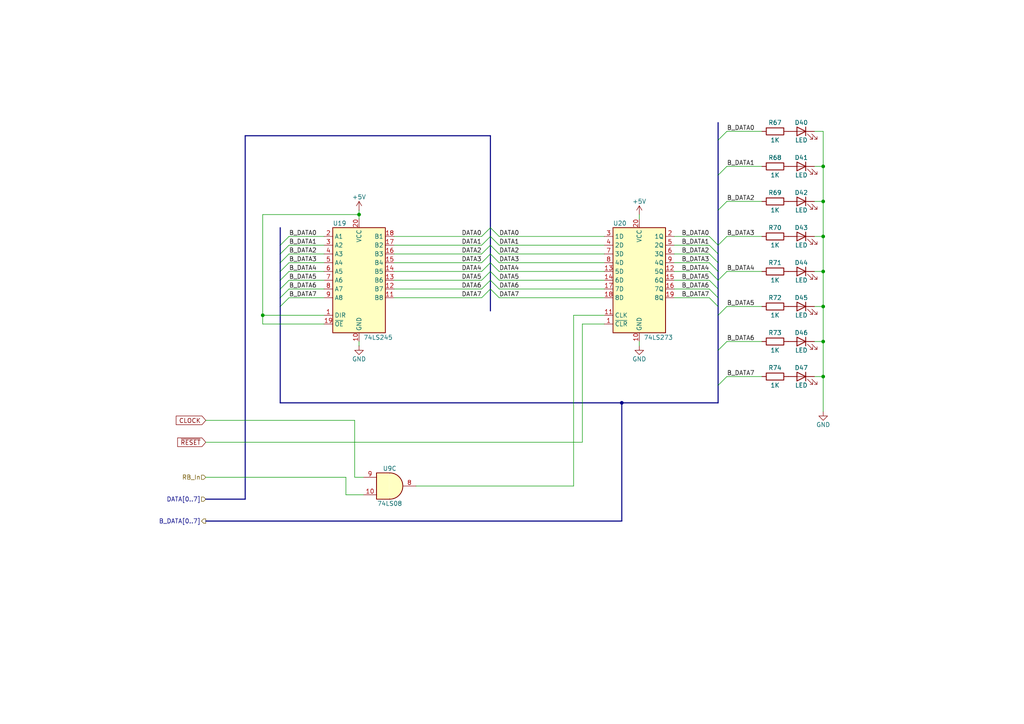
<source format=kicad_sch>
(kicad_sch (version 20231120) (generator "eeschema") (generator_version "8.0")
  (paper "A4")
  (title_block (title "8-Bit Computer - Register B Module") (date "2024-03-10") (rev "1") (comment 1 "Creator: Matan Brightbert"))
  (lib_symbols
    (symbol "74xx:74LS08" (pin_names (offset 1.016))
      (property "Reference" "U" (at 0 1.27 0))
      (property "Value" "74LS08" (at 0 -1.27 0))
      (symbol "74LS08_1_1"
        (arc (start 0 -3.81) (mid 3.7934 0) (end 0 3.81) (stroke (width 0.254)) (fill (type background)))
        (polyline (pts (xy 0 3.81) (xy -3.81 3.81) (xy -3.81 -3.81) (xy 0 -3.81)) (stroke (width 0.254)) (fill (type background)))
        (pin input line (at -7.62 2.54 0) (length 3.81) (name "~") (number "1"))
        (pin input line (at -7.62 -2.54 0) (length 3.81) (name "~") (number "2"))
        (pin output line (at 7.62 0 180) (length 3.81) (name "~") (number "3"))
      )
      (symbol "74LS08_1_2"
        (arc (start -3.81 -3.81) (mid -2.589 0) (end -3.81 3.81) (stroke (width 0.254)))
        (arc (start -0.6096 -3.81) (mid 2.1842 -2.5851) (end 3.81 0) (stroke (width 0.254)) (fill (type background)))
        (polyline (pts (xy -3.81 -3.81) (xy -0.635 -3.81)) (stroke (width 0.254)) (fill (type background)))
        (polyline (pts (xy -3.81 3.81) (xy -0.635 3.81)) (stroke (width 0.254)) (fill (type background)))
        (polyline (pts (xy -0.635 3.81) (xy -3.81 3.81) (xy -3.81 3.81) (xy -3.556 3.4036) (xy -3.0226 2.2606) (xy -2.6924 1.0414) (xy -2.6162 -0.254) (xy -2.7686 -1.4986) (xy -3.175 -2.7178) (xy -3.81 -3.81) (xy -3.81 -3.81) (xy -0.635 -3.81)) (stroke (width -25.4)) (fill (type background)))
        (arc (start 3.81 0) (mid 2.1915 2.5936) (end -0.6096 3.81) (stroke (width 0.254)) (fill (type background)))
        (pin input inverted (at -7.62 2.54 0) (length 4.318) (name "~") (number "1"))
        (pin input inverted (at -7.62 -2.54 0) (length 4.318) (name "~") (number "2"))
        (pin output inverted (at 7.62 0 180) (length 3.81) (name "~") (number "3"))
      )
      (symbol "74LS08_2_1"
        (arc (start 0 -3.81) (mid 3.7934 0) (end 0 3.81) (stroke (width 0.254)) (fill (type background)))
        (polyline (pts (xy 0 3.81) (xy -3.81 3.81) (xy -3.81 -3.81) (xy 0 -3.81)) (stroke (width 0.254)) (fill (type background)))
        (pin input line (at -7.62 2.54 0) (length 3.81) (name "~") (number "4"))
        (pin input line (at -7.62 -2.54 0) (length 3.81) (name "~") (number "5"))
        (pin output line (at 7.62 0 180) (length 3.81) (name "~") (number "6"))
      )
      (symbol "74LS08_2_2"
        (arc (start -3.81 -3.81) (mid -2.589 0) (end -3.81 3.81) (stroke (width 0.254)))
        (arc (start -0.6096 -3.81) (mid 2.1842 -2.5851) (end 3.81 0) (stroke (width 0.254)) (fill (type background)))
        (polyline (pts (xy -3.81 -3.81) (xy -0.635 -3.81)) (stroke (width 0.254)) (fill (type background)))
        (polyline (pts (xy -3.81 3.81) (xy -0.635 3.81)) (stroke (width 0.254)) (fill (type background)))
        (polyline (pts (xy -0.635 3.81) (xy -3.81 3.81) (xy -3.81 3.81) (xy -3.556 3.4036) (xy -3.0226 2.2606) (xy -2.6924 1.0414) (xy -2.6162 -0.254) (xy -2.7686 -1.4986) (xy -3.175 -2.7178) (xy -3.81 -3.81) (xy -3.81 -3.81) (xy -0.635 -3.81)) (stroke (width -25.4)) (fill (type background)))
        (arc (start 3.81 0) (mid 2.1915 2.5936) (end -0.6096 3.81) (stroke (width 0.254)) (fill (type background)))
        (pin input inverted (at -7.62 2.54 0) (length 4.318) (name "~") (number "4"))
        (pin input inverted (at -7.62 -2.54 0) (length 4.318) (name "~") (number "5"))
        (pin output inverted (at 7.62 0 180) (length 3.81) (name "~") (number "6"))
      )
      (symbol "74LS08_3_1"
        (arc (start 0 -3.81) (mid 3.7934 0) (end 0 3.81) (stroke (width 0.254)) (fill (type background)))
        (polyline (pts (xy 0 3.81) (xy -3.81 3.81) (xy -3.81 -3.81) (xy 0 -3.81)) (stroke (width 0.254)) (fill (type background)))
        (pin input line (at -7.62 -2.54 0) (length 3.81) (name "~") (number "10"))
        (pin output line (at 7.62 0 180) (length 3.81) (name "~") (number "8"))
        (pin input line (at -7.62 2.54 0) (length 3.81) (name "~") (number "9"))
      )
      (symbol "74LS08_3_2"
        (arc (start -3.81 -3.81) (mid -2.589 0) (end -3.81 3.81) (stroke (width 0.254)))
        (arc (start -0.6096 -3.81) (mid 2.1842 -2.5851) (end 3.81 0) (stroke (width 0.254)) (fill (type background)))
        (polyline (pts (xy -3.81 -3.81) (xy -0.635 -3.81)) (stroke (width 0.254)) (fill (type background)))
        (polyline (pts (xy -3.81 3.81) (xy -0.635 3.81)) (stroke (width 0.254)) (fill (type background)))
        (polyline (pts (xy -0.635 3.81) (xy -3.81 3.81) (xy -3.81 3.81) (xy -3.556 3.4036) (xy -3.0226 2.2606) (xy -2.6924 1.0414) (xy -2.6162 -0.254) (xy -2.7686 -1.4986) (xy -3.175 -2.7178) (xy -3.81 -3.81) (xy -3.81 -3.81) (xy -0.635 -3.81)) (stroke (width -25.4)) (fill (type background)))
        (arc (start 3.81 0) (mid 2.1915 2.5936) (end -0.6096 3.81) (stroke (width 0.254)) (fill (type background)))
        (pin input inverted (at -7.62 -2.54 0) (length 4.318) (name "~") (number "10"))
        (pin output inverted (at 7.62 0 180) (length 3.81) (name "~") (number "8"))
        (pin input inverted (at -7.62 2.54 0) (length 4.318) (name "~") (number "9"))
      )
      (symbol "74LS08_4_1"
        (arc (start 0 -3.81) (mid 3.7934 0) (end 0 3.81) (stroke (width 0.254)) (fill (type background)))
        (polyline (pts (xy 0 3.81) (xy -3.81 3.81) (xy -3.81 -3.81) (xy 0 -3.81)) (stroke (width 0.254)) (fill (type background)))
        (pin output line (at 7.62 0 180) (length 3.81) (name "~") (number "11"))
        (pin input line (at -7.62 2.54 0) (length 3.81) (name "~") (number "12"))
        (pin input line (at -7.62 -2.54 0) (length 3.81) (name "~") (number "13"))
      )
      (symbol "74LS08_4_2"
        (arc (start -3.81 -3.81) (mid -2.589 0) (end -3.81 3.81) (stroke (width 0.254)))
        (arc (start -0.6096 -3.81) (mid 2.1842 -2.5851) (end 3.81 0) (stroke (width 0.254)) (fill (type background)))
        (polyline (pts (xy -3.81 -3.81) (xy -0.635 -3.81)) (stroke (width 0.254)) (fill (type background)))
        (polyline (pts (xy -3.81 3.81) (xy -0.635 3.81)) (stroke (width 0.254)) (fill (type background)))
        (polyline (pts (xy -0.635 3.81) (xy -3.81 3.81) (xy -3.81 3.81) (xy -3.556 3.4036) (xy -3.0226 2.2606) (xy -2.6924 1.0414) (xy -2.6162 -0.254) (xy -2.7686 -1.4986) (xy -3.175 -2.7178) (xy -3.81 -3.81) (xy -3.81 -3.81) (xy -0.635 -3.81)) (stroke (width -25.4)) (fill (type background)))
        (arc (start 3.81 0) (mid 2.1915 2.5936) (end -0.6096 3.81) (stroke (width 0.254)) (fill (type background)))
        (pin output inverted (at 7.62 0 180) (length 3.81) (name "~") (number "11"))
        (pin input inverted (at -7.62 2.54 0) (length 4.318) (name "~") (number "12"))
        (pin input inverted (at -7.62 -2.54 0) (length 4.318) (name "~") (number "13"))
      )
      (symbol "74LS08_5_0"
        (pin power_in line (at 0 12.7 270) (length 5.08) (name "VCC") (number "14"))
        (pin power_in line (at 0 -12.7 90) (length 5.08) (name "GND") (number "7"))
      )
      (symbol "74LS08_5_1"
        (rectangle (start -5.08 7.62) (end 5.08 -7.62) (stroke (width 0.254)) (fill (type background)))
      )
    )
    (symbol "Custom:74LS245"
      (property "Reference" "U" (at -7.62 16.51 0))
      (property "Value" "74LS245" (at 1.27 -16.51 0))
      (symbol "74LS245_0_1"
        (rectangle (start -7.62 15.24) (end 7.62 -15.24) (stroke (width 0.254)) (fill (type background)))
      )
      (symbol "74LS245_1_1"
        (pin input line (at -10.16 -10.16 0) (length 2.54) (name "DIR") (number "1"))
        (pin power_in line (at 0 -17.78 90) (length 2.54) (name "GND") (number "10"))
        (pin bidirectional line (at 10.16 -5.08 180) (length 2.54) (name "B8") (number "11"))
        (pin bidirectional line (at 10.16 -2.54 180) (length 2.54) (name "B7") (number "12"))
        (pin bidirectional line (at 10.16 0 180) (length 2.54) (name "B6") (number "13"))
        (pin bidirectional line (at 10.16 2.54 180) (length 2.54) (name "B5") (number "14"))
        (pin bidirectional line (at 10.16 5.08 180) (length 2.54) (name "B4") (number "15"))
        (pin bidirectional line (at 10.16 7.62 180) (length 2.54) (name "B3") (number "16"))
        (pin bidirectional line (at 10.16 10.16 180) (length 2.54) (name "B2") (number "17"))
        (pin bidirectional line (at 10.16 12.7 180) (length 2.54) (name "B1") (number "18"))
        (pin input line (at -10.16 -12.7 0) (length 2.54) (name "~{OE}") (number "19"))
        (pin bidirectional line (at -10.16 12.7 0) (length 2.54) (name "A1") (number "2"))
        (pin power_in line (at 0 17.78 270) (length 2.54) (name "VCC") (number "20"))
        (pin bidirectional line (at -10.16 10.16 0) (length 2.54) (name "A2") (number "3"))
        (pin bidirectional line (at -10.16 7.62 0) (length 2.54) (name "A3") (number "4"))
        (pin bidirectional line (at -10.16 5.08 0) (length 2.54) (name "A4") (number "5"))
        (pin bidirectional line (at -10.16 2.54 0) (length 2.54) (name "A5") (number "6"))
        (pin bidirectional line (at -10.16 0 0) (length 2.54) (name "A6") (number "7"))
        (pin bidirectional line (at -10.16 -2.54 0) (length 2.54) (name "A7") (number "8"))
        (pin bidirectional line (at -10.16 -5.08 0) (length 2.54) (name "A8") (number "9"))
      )
    )
    (symbol "Custom:74LS273"
      (property "Reference" "U" (at -7.62 16.51 0))
      (property "Value" "74LS273" (at 1.27 -16.51 0))
      (symbol "74LS273_0_1"
        (rectangle (start -7.62 15.24) (end 7.62 -15.24) (stroke (width 0.254)) (fill (type background)))
      )
      (symbol "74LS273_1_1"
        (pin input line (at -10.16 -12.7 0) (length 2.54) (name "~{CLR}") (number "1"))
        (pin power_in line (at 0 -17.78 90) (length 2.54) (name "GND") (number "10"))
        (pin input line (at -10.16 -10.16 0) (length 2.54) (name "CLK") (number "11"))
        (pin output line (at 10.16 2.54 180) (length 2.54) (name "5Q") (number "12"))
        (pin input line (at -10.16 2.54 0) (length 2.54) (name "5D") (number "13"))
        (pin input line (at -10.16 0 0) (length 2.54) (name "6D") (number "14"))
        (pin output line (at 10.16 0 180) (length 2.54) (name "6Q") (number "15"))
        (pin output line (at 10.16 -2.54 180) (length 2.54) (name "7Q") (number "16"))
        (pin input line (at -10.16 -2.54 0) (length 2.54) (name "7D") (number "17"))
        (pin input line (at -10.16 -5.08 0) (length 2.54) (name "8D") (number "18"))
        (pin output line (at 10.16 -5.08 180) (length 2.54) (name "8Q") (number "19"))
        (pin output line (at 10.16 12.7 180) (length 2.54) (name "1Q") (number "2"))
        (pin power_in line (at 0 17.78 270) (length 2.54) (name "VCC") (number "20"))
        (pin input line (at -10.16 12.7 0) (length 2.54) (name "1D") (number "3"))
        (pin input line (at -10.16 10.16 0) (length 2.54) (name "2D") (number "4"))
        (pin output line (at 10.16 10.16 180) (length 2.54) (name "2Q") (number "5"))
        (pin output line (at 10.16 7.62 180) (length 2.54) (name "3Q") (number "6"))
        (pin input line (at -10.16 7.62 0) (length 2.54) (name "3D") (number "7"))
        (pin input line (at -10.16 5.08 0) (length 2.54) (name "4D") (number "8"))
        (pin output line (at 10.16 5.08 180) (length 2.54) (name "4Q") (number "9"))
      )
    )
    (symbol "Device:LED" (pin_numbers hide) (pin_names (offset 1.016) hide)
      (property "Reference" "D" (at 0 2.54 0))
      (property "Value" "LED" (at 0 -2.54 0))
      (symbol "LED_0_1"
        (polyline (pts (xy -1.27 -1.27) (xy -1.27 1.27)) (stroke (width 0.254)))
        (polyline (pts (xy -1.27 0) (xy 1.27 0)))
        (polyline (pts (xy 1.27 -1.27) (xy 1.27 1.27) (xy -1.27 0) (xy 1.27 -1.27)) (stroke (width 0.254)))
        (polyline (pts (xy -3.048 -0.762) (xy -4.572 -2.286) (xy -3.81 -2.286) (xy -4.572 -2.286) (xy -4.572 -1.524)))
        (polyline (pts (xy -1.778 -0.762) (xy -3.302 -2.286) (xy -2.54 -2.286) (xy -3.302 -2.286) (xy -3.302 -1.524)))
      )
      (symbol "LED_1_1"
        (pin passive line (at -3.81 0 0) (length 2.54) (name "K") (number "1"))
        (pin passive line (at 3.81 0 180) (length 2.54) (name "A") (number "2"))
      )
    )
    (symbol "Device:R" (pin_numbers hide) (pin_names (offset 0))
      (property "Reference" "R" (at 2.032 0 90))
      (property "Value" "R" (at 0 0 90))
      (symbol "R_0_1"
        (rectangle (start -1.016 -2.54) (end 1.016 2.54) (stroke (width 0.254)))
      )
      (symbol "R_1_1"
        (pin passive line (at 0 3.81 270) (length 1.27) (name "~") (number "1"))
        (pin passive line (at 0 -3.81 90) (length 1.27) (name "~") (number "2"))
      )
    )
    (symbol "power:+5V" (power) (pin_numbers hide) (pin_names (offset 0) hide)
      (property "Value" "+5V" (at 0 3.556 0))
      (symbol "+5V_0_1"
        (polyline (pts (xy -0.762 1.27) (xy 0 2.54)))
        (polyline (pts (xy 0 0) (xy 0 2.54)))
        (polyline (pts (xy 0 2.54) (xy 0.762 1.27)))
      )
      (symbol "+5V_1_1"
        (pin power_in line (at 0 0 90) (length 0) (name "~") (number "1"))
      )
    )
    (symbol "power:GND" (power) (pin_numbers hide) (pin_names (offset 0) hide)
      (property "Value" "GND" (at 0 -3.81 0))
      (symbol "GND_0_1"
        (polyline (pts (xy 0 0) (xy 0 -1.27) (xy 1.27 -1.27) (xy 0 -2.54) (xy -1.27 -1.27) (xy 0 -1.27)))
      )
      (symbol "GND_1_1"
        (pin power_in line (at 0 0 270) (length 0) (name "~") (number "1"))
      )
    )
  )
  (junction (at 180.34 116.84))
  (junction (at 104.14 62.23))
  (junction (at 238.76 48.26))
  (junction (at 238.76 109.22))
  (junction (at 238.76 58.42))
  (junction (at 76.2 91.44))
  (junction (at 238.76 99.06))
  (junction (at 238.76 88.9))
  (junction (at 238.76 68.58))
  (junction (at 238.76 78.74))
  (bus_entry (at 142.24 83.82) (size 2.54 2.54))
  (bus_entry (at 83.82 76.2) (size -2.54 2.54))
  (bus_entry (at 142.24 71.12) (size -2.54 2.54))
  (bus_entry (at 205.74 78.74) (size 2.54 2.54))
  (bus_entry (at 83.82 86.36) (size -2.54 2.54))
  (bus_entry (at 205.74 81.28) (size 2.54 2.54))
  (bus_entry (at 210.82 68.58) (size -2.54 2.54))
  (bus_entry (at 142.24 73.66) (size 2.54 2.54))
  (bus_entry (at 205.74 83.82) (size 2.54 2.54))
  (bus_entry (at 83.82 68.58) (size -2.54 2.54))
  (bus_entry (at 142.24 76.2) (size -2.54 2.54))
  (bus_entry (at 142.24 81.28) (size -2.54 2.54))
  (bus_entry (at 210.82 58.42) (size -2.54 2.54))
  (bus_entry (at 210.82 38.1) (size -2.54 2.54))
  (bus_entry (at 83.82 73.66) (size -2.54 2.54))
  (bus_entry (at 83.82 81.28) (size -2.54 2.54))
  (bus_entry (at 205.74 86.36) (size 2.54 2.54))
  (bus_entry (at 83.82 78.74) (size -2.54 2.54))
  (bus_entry (at 142.24 76.2) (size 2.54 2.54))
  (bus_entry (at 205.74 76.2) (size 2.54 2.54))
  (bus_entry (at 210.82 109.22) (size -2.54 2.54))
  (bus_entry (at 210.82 48.26) (size -2.54 2.54))
  (bus_entry (at 142.24 68.58) (size 2.54 2.54))
  (bus_entry (at 83.82 71.12) (size -2.54 2.54))
  (bus_entry (at 142.24 68.58) (size -2.54 2.54))
  (bus_entry (at 142.24 66.04) (size -2.54 2.54))
  (bus_entry (at 142.24 78.74) (size -2.54 2.54))
  (bus_entry (at 210.82 88.9) (size -2.54 2.54))
  (bus_entry (at 210.82 99.06) (size -2.54 2.54))
  (bus_entry (at 205.74 71.12) (size 2.54 2.54))
  (bus_entry (at 142.24 71.12) (size 2.54 2.54))
  (bus_entry (at 210.82 78.74) (size -2.54 2.54))
  (bus_entry (at 83.82 83.82) (size -2.54 2.54))
  (bus_entry (at 142.24 81.28) (size 2.54 2.54))
  (bus_entry (at 142.24 73.66) (size -2.54 2.54))
  (bus_entry (at 142.24 78.74) (size 2.54 2.54))
  (bus_entry (at 142.24 83.82) (size -2.54 2.54))
  (bus_entry (at 142.24 66.04) (size 2.54 2.54))
  (bus_entry (at 205.74 68.58) (size 2.54 2.54))
  (bus_entry (at 205.74 73.66) (size 2.54 2.54))
  (wire (pts (xy 168.91 93.98) (xy 168.91 128.27)))
  (wire (pts (xy 195.58 76.2) (xy 205.74 76.2)))
  (wire (pts (xy 220.98 109.22) (xy 210.82 109.22)))
  (bus (pts (xy 142.24 71.12) (xy 142.24 73.66)))
  (bus (pts (xy 208.28 60.96) (xy 208.28 71.12)))
  (wire (pts (xy 195.58 78.74) (xy 205.74 78.74)))
  (wire (pts (xy 114.3 81.28) (xy 139.7 81.28)))
  (bus (pts (xy 208.28 111.76) (xy 208.28 116.84)))
  (wire (pts (xy 93.98 86.36) (xy 83.82 86.36)))
  (wire (pts (xy 220.98 58.42) (xy 210.82 58.42)))
  (wire (pts (xy 100.33 143.51) (xy 100.33 138.43)))
  (wire (pts (xy 144.78 76.2) (xy 175.26 76.2)))
  (wire (pts (xy 93.98 78.74) (xy 83.82 78.74)))
  (bus (pts (xy 81.28 86.36) (xy 81.28 88.9)))
  (bus (pts (xy 208.28 86.36) (xy 208.28 88.9)))
  (wire (pts (xy 195.58 83.82) (xy 205.74 83.82)))
  (wire (pts (xy 102.87 121.92) (xy 102.87 138.43)))
  (wire (pts (xy 238.76 38.1) (xy 238.76 48.26)))
  (wire (pts (xy 76.2 93.98) (xy 76.2 91.44)))
  (wire (pts (xy 238.76 48.26) (xy 236.22 48.26)))
  (bus (pts (xy 142.24 78.74) (xy 142.24 81.28)))
  (wire (pts (xy 59.69 138.43) (xy 100.33 138.43)))
  (wire (pts (xy 114.3 73.66) (xy 139.7 73.66)))
  (wire (pts (xy 238.76 88.9) (xy 238.76 99.06)))
  (wire (pts (xy 114.3 68.58) (xy 139.7 68.58)))
  (bus (pts (xy 81.28 83.82) (xy 81.28 86.36)))
  (wire (pts (xy 93.98 71.12) (xy 83.82 71.12)))
  (wire (pts (xy 238.76 99.06) (xy 236.22 99.06)))
  (bus (pts (xy 180.34 116.84) (xy 180.34 151.13)))
  (wire (pts (xy 104.14 60.96) (xy 104.14 62.23)))
  (wire (pts (xy 238.76 58.42) (xy 236.22 58.42)))
  (wire (pts (xy 195.58 68.58) (xy 205.74 68.58)))
  (bus (pts (xy 208.28 40.64) (xy 208.28 50.8)))
  (wire (pts (xy 102.87 138.43) (xy 105.41 138.43)))
  (wire (pts (xy 166.37 91.44) (xy 175.26 91.44)))
  (wire (pts (xy 76.2 62.23) (xy 104.14 62.23)))
  (wire (pts (xy 114.3 83.82) (xy 139.7 83.82)))
  (wire (pts (xy 114.3 76.2) (xy 139.7 76.2)))
  (wire (pts (xy 195.58 71.12) (xy 205.74 71.12)))
  (wire (pts (xy 144.78 78.74) (xy 175.26 78.74)))
  (bus (pts (xy 142.24 83.82) (xy 142.24 90.17)))
  (bus (pts (xy 142.24 81.28) (xy 142.24 83.82)))
  (wire (pts (xy 93.98 81.28) (xy 83.82 81.28)))
  (wire (pts (xy 195.58 81.28) (xy 205.74 81.28)))
  (bus (pts (xy 81.28 66.04) (xy 81.28 71.12)))
  (bus (pts (xy 81.28 81.28) (xy 81.28 83.82)))
  (bus (pts (xy 81.28 78.74) (xy 81.28 81.28)))
  (wire (pts (xy 220.98 48.26) (xy 210.82 48.26)))
  (wire (pts (xy 76.2 93.98) (xy 93.98 93.98)))
  (wire (pts (xy 144.78 86.36) (xy 175.26 86.36)))
  (bus (pts (xy 59.69 144.78) (xy 71.12 144.78)))
  (bus (pts (xy 142.24 76.2) (xy 142.24 78.74)))
  (wire (pts (xy 220.98 88.9) (xy 210.82 88.9)))
  (bus (pts (xy 71.12 39.37) (xy 142.24 39.37)))
  (wire (pts (xy 220.98 38.1) (xy 210.82 38.1)))
  (wire (pts (xy 59.69 121.92) (xy 102.87 121.92)))
  (bus (pts (xy 81.28 116.84) (xy 180.34 116.84)))
  (wire (pts (xy 59.69 128.27) (xy 168.91 128.27)))
  (bus (pts (xy 81.28 71.12) (xy 81.28 73.66)))
  (bus (pts (xy 81.28 76.2) (xy 81.28 78.74)))
  (wire (pts (xy 238.76 48.26) (xy 238.76 58.42)))
  (wire (pts (xy 185.42 62.23) (xy 185.42 63.5)))
  (wire (pts (xy 185.42 100.33) (xy 185.42 99.06)))
  (wire (pts (xy 114.3 71.12) (xy 139.7 71.12)))
  (bus (pts (xy 142.24 39.37) (xy 142.24 66.04)))
  (wire (pts (xy 114.3 78.74) (xy 139.7 78.74)))
  (bus (pts (xy 71.12 39.37) (xy 71.12 144.78)))
  (bus (pts (xy 208.28 101.6) (xy 208.28 111.76)))
  (bus (pts (xy 208.28 35.56) (xy 208.28 40.64)))
  (wire (pts (xy 144.78 68.58) (xy 175.26 68.58)))
  (wire (pts (xy 220.98 68.58) (xy 210.82 68.58)))
  (wire (pts (xy 166.37 140.97) (xy 120.65 140.97)))
  (wire (pts (xy 93.98 91.44) (xy 76.2 91.44)))
  (wire (pts (xy 93.98 83.82) (xy 83.82 83.82)))
  (bus (pts (xy 208.28 78.74) (xy 208.28 81.28)))
  (wire (pts (xy 104.14 100.33) (xy 104.14 99.06)))
  (wire (pts (xy 76.2 91.44) (xy 76.2 62.23)))
  (wire (pts (xy 238.76 88.9) (xy 236.22 88.9)))
  (wire (pts (xy 93.98 76.2) (xy 83.82 76.2)))
  (wire (pts (xy 100.33 143.51) (xy 105.41 143.51)))
  (bus (pts (xy 59.69 151.13) (xy 180.34 151.13)))
  (wire (pts (xy 238.76 109.22) (xy 236.22 109.22)))
  (bus (pts (xy 208.28 83.82) (xy 208.28 86.36)))
  (wire (pts (xy 195.58 86.36) (xy 205.74 86.36)))
  (wire (pts (xy 220.98 78.74) (xy 210.82 78.74)))
  (bus (pts (xy 208.28 76.2) (xy 208.28 78.74)))
  (bus (pts (xy 208.28 81.28) (xy 208.28 83.82)))
  (wire (pts (xy 144.78 71.12) (xy 175.26 71.12)))
  (bus (pts (xy 180.34 116.84) (xy 208.28 116.84)))
  (wire (pts (xy 114.3 86.36) (xy 139.7 86.36)))
  (bus (pts (xy 208.28 73.66) (xy 208.28 76.2)))
  (wire (pts (xy 236.22 78.74) (xy 238.76 78.74)))
  (wire (pts (xy 238.76 109.22) (xy 238.76 119.38)))
  (bus (pts (xy 142.24 68.58) (xy 142.24 71.12)))
  (wire (pts (xy 238.76 58.42) (xy 238.76 68.58)))
  (wire (pts (xy 144.78 81.28) (xy 175.26 81.28)))
  (wire (pts (xy 144.78 83.82) (xy 175.26 83.82)))
  (wire (pts (xy 166.37 91.44) (xy 166.37 140.97)))
  (bus (pts (xy 142.24 73.66) (xy 142.24 76.2)))
  (bus (pts (xy 208.28 71.12) (xy 208.28 73.66)))
  (wire (pts (xy 238.76 68.58) (xy 238.76 78.74)))
  (bus (pts (xy 81.28 73.66) (xy 81.28 76.2)))
  (wire (pts (xy 238.76 68.58) (xy 236.22 68.58)))
  (bus (pts (xy 81.28 88.9) (xy 81.28 116.84)))
  (wire (pts (xy 236.22 38.1) (xy 238.76 38.1)))
  (wire (pts (xy 238.76 99.06) (xy 238.76 109.22)))
  (wire (pts (xy 195.58 73.66) (xy 205.74 73.66)))
  (wire (pts (xy 144.78 73.66) (xy 175.26 73.66)))
  (bus (pts (xy 208.28 50.8) (xy 208.28 60.96)))
  (wire (pts (xy 93.98 68.58) (xy 83.82 68.58)))
  (bus (pts (xy 142.24 66.04) (xy 142.24 68.58)))
  (wire (pts (xy 93.98 73.66) (xy 83.82 73.66)))
  (bus (pts (xy 208.28 91.44) (xy 208.28 101.6)))
  (bus (pts (xy 208.28 88.9) (xy 208.28 91.44)))
  (wire (pts (xy 175.26 93.98) (xy 168.91 93.98)))
  (wire (pts (xy 104.14 62.23) (xy 104.14 63.5)))
  (wire (pts (xy 220.98 99.06) (xy 210.82 99.06)))
  (wire (pts (xy 238.76 78.74) (xy 238.76 88.9)))
  (label "DATA4" (at 139.7 78.74 180))
  (label "DATA7" (at 139.7 86.36 180))
  (label "B_DATA6" (at 83.82 83.82 0))
  (label "B_DATA4" (at 205.74 78.74 180))
  (label "B_DATA6" (at 210.82 99.06 0))
  (label "DATA5" (at 139.7 81.28 180))
  (label "B_DATA2" (at 210.82 58.42 0))
  (label "B_DATA3" (at 210.82 68.58 0))
  (label "B_DATA3" (at 83.82 76.2 0))
  (label "B_DATA0" (at 83.82 68.58 0))
  (label "DATA5" (at 144.78 81.28 0))
  (label "DATA4" (at 144.78 78.74 0))
  (label "B_DATA2" (at 83.82 73.66 0))
  (label "B_DATA7" (at 210.82 109.22 0))
  (label "B_DATA3" (at 205.74 76.2 180))
  (label "DATA1" (at 144.78 71.12 0))
  (label "DATA2" (at 139.7 73.66 180))
  (label "B_DATA7" (at 205.74 86.36 180))
  (label "B_DATA1" (at 205.74 71.12 180))
  (label "DATA2" (at 144.78 73.66 0))
  (label "B_DATA2" (at 205.74 73.66 180))
  (label "B_DATA0" (at 205.74 68.58 180))
  (label "B_DATA5" (at 210.82 88.9 0))
  (label "DATA0" (at 144.78 68.58 0))
  (label "B_DATA4" (at 210.82 78.74 0))
  (label "B_DATA1" (at 83.82 71.12 0))
  (label "DATA7" (at 144.78 86.36 0))
  (label "B_DATA0" (at 210.82 38.1 0))
  (label "B_DATA1" (at 210.82 48.26 0))
  (label "B_DATA4" (at 83.82 78.74 0))
  (label "DATA3" (at 144.78 76.2 0))
  (label "DATA0" (at 139.7 68.58 180))
  (label "DATA1" (at 139.7 71.12 180))
  (label "DATA6" (at 139.7 83.82 180))
  (label "B_DATA6" (at 205.74 83.82 180))
  (label "DATA6" (at 144.78 83.82 0))
  (label "B_DATA5" (at 205.74 81.28 180))
  (label "B_DATA7" (at 83.82 86.36 0))
  (label "B_DATA5" (at 83.82 81.28 0))
  (label "DATA3" (at 139.7 76.2 180))
  (global_label "~{RESET}" (shape input) (at 59.69 128.27 180) (property "Intersheetrefs" "${INTERSHEET_REFS}" (effects (hide yes))))
  (global_label "CLOCK" (shape input) (at 59.69 121.92 180) (property "Intersheetrefs" "${INTERSHEET_REFS}" (effects (hide yes))))
  (hierarchical_label "DATA[0..7]" (shape input) (at 59.69 144.78 180))
  (hierarchical_label "RB_In" (shape input) (at 59.69 138.43 180))
  (hierarchical_label "B_DATA[0..7]" (shape output) (at 59.69 151.13 180))
  (symbol (lib_id "Device:R") (at 224.79 99.06 90) (unit 1)
    (property "Reference" "R73" (at 224.79 96.52 90))
    (property "Value" "1K" (at 224.79 101.6 90))
    (property "Footprint" "Resistor_THT:R_Axial_DIN0207_L6.3mm_D2.5mm_P7.62mm_Horizontal" (effects (hide yes)))
    (property "Description" "Resistor" (effects (hide yes)))
  )
  (symbol (lib_id "power:+5V") (at 104.14 60.96 0) (unit 1)
    (property "Reference" "#PWR046" (effects (hide yes)))
    (property "Value" "+5V" (at 104.14 57.15 0))
    (property "Description" "Power symbol creates a global label with name \"+5V\"" (effects (hide yes)))
  )
  (symbol (lib_id "74xx:74LS08") (at 113.03 140.97 0) (unit 3)
    (property "Reference" "U9" (at 113.03 135.89 0))
    (property "Value" "74LS08" (at 113.03 146.05 0))
    (property "Footprint" "Package_DIP:DIP-14_W7.62mm" (effects (hide yes)))
    (property "Datasheet" "http://www.ti.com/lit/gpn/sn74LS08" (effects (hide yes)))
    (property "Description" "Quad And2" (effects (hide yes)))
  )
  (symbol (lib_id "power:GND") (at 185.42 100.33 0) (unit 1)
    (property "Reference" "#PWR049" (effects (hide yes)))
    (property "Value" "GND" (at 185.42 104.14 0))
    (property "Description" "Power symbol creates a global label with name \"GND\" , ground" (effects (hide yes)))
  )
  (symbol (lib_id "power:GND") (at 104.14 100.33 0) (unit 1)
    (property "Reference" "#PWR047" (effects (hide yes)))
    (property "Value" "GND" (at 104.14 104.14 0))
    (property "Description" "Power symbol creates a global label with name \"GND\" , ground" (effects (hide yes)))
  )
  (symbol (lib_id "Device:LED") (at 232.41 88.9 0) (mirror y) (unit 1)
    (property "Reference" "D45" (at 232.41 86.36 0))
    (property "Value" "LED" (at 232.41 91.44 0))
    (property "Footprint" "LED_THT:LED_D3.0mm" (effects (hide yes)))
    (property "Description" "Light emitting diode" (effects (hide yes)))
  )
  (symbol (lib_id "Device:R") (at 224.79 88.9 90) (unit 1)
    (property "Reference" "R72" (at 224.79 86.36 90))
    (property "Value" "1K" (at 224.79 91.44 90))
    (property "Footprint" "Resistor_THT:R_Axial_DIN0207_L6.3mm_D2.5mm_P7.62mm_Horizontal" (effects (hide yes)))
    (property "Description" "Resistor" (effects (hide yes)))
  )
  (symbol (lib_id "Device:LED") (at 232.41 99.06 0) (mirror y) (unit 1)
    (property "Reference" "D46" (at 232.41 96.52 0))
    (property "Value" "LED" (at 232.41 101.6 0))
    (property "Footprint" "LED_THT:LED_D3.0mm" (effects (hide yes)))
    (property "Description" "Light emitting diode" (effects (hide yes)))
  )
  (symbol (lib_id "power:GND") (at 238.76 119.38 0) (unit 1)
    (property "Reference" "#PWR050" (effects (hide yes)))
    (property "Value" "GND" (at 238.76 123.19 0))
    (property "Description" "Power symbol creates a global label with name \"GND\" , ground" (effects (hide yes)))
  )
  (symbol (lib_id "Custom:74LS245") (at 104.14 81.28 0) (unit 1)
    (property "Reference" "U19" (at 96.52 64.77 0) (effects (justify left)))
    (property "Value" "74LS245" (at 105.41 97.155 0) (effects (justify left top)))
    (property "Footprint" "Package_DIP:DIP-20_W7.62mm" (effects (hide yes)))
  )
  (symbol (lib_id "Device:R") (at 224.79 38.1 90) (unit 1)
    (property "Reference" "R67" (at 224.79 35.56 90))
    (property "Value" "1K" (at 224.79 40.64 90))
    (property "Footprint" "Resistor_THT:R_Axial_DIN0207_L6.3mm_D2.5mm_P7.62mm_Horizontal" (effects (hide yes)))
    (property "Description" "Resistor" (effects (hide yes)))
  )
  (symbol (lib_id "Device:R") (at 224.79 109.22 90) (unit 1)
    (property "Reference" "R74" (at 224.79 106.68 90))
    (property "Value" "1K" (at 224.79 111.76 90))
    (property "Footprint" "Resistor_THT:R_Axial_DIN0207_L6.3mm_D2.5mm_P7.62mm_Horizontal" (effects (hide yes)))
    (property "Description" "Resistor" (effects (hide yes)))
  )
  (symbol (lib_id "Custom:74LS273") (at 185.42 81.28 0) (unit 1)
    (property "Reference" "U20" (at 177.8 64.77 0) (effects (justify left)))
    (property "Value" "74LS273" (at 186.69 97.155 0) (effects (justify left top)))
    (property "Footprint" "Package_DIP:DIP-20_W7.62mm" (effects (hide yes)))
  )
  (symbol (lib_id "Device:LED") (at 232.41 38.1 0) (mirror y) (unit 1)
    (property "Reference" "D40" (at 232.41 35.56 0))
    (property "Value" "LED" (at 232.41 40.64 0))
    (property "Footprint" "LED_THT:LED_D3.0mm" (effects (hide yes)))
    (property "Description" "Light emitting diode" (effects (hide yes)))
  )
  (symbol (lib_id "Device:LED") (at 232.41 78.74 0) (mirror y) (unit 1)
    (property "Reference" "D44" (at 232.41 76.2 0))
    (property "Value" "LED" (at 232.41 81.28 0))
    (property "Footprint" "LED_THT:LED_D3.0mm" (effects (hide yes)))
    (property "Description" "Light emitting diode" (effects (hide yes)))
  )
  (symbol (lib_id "Device:LED") (at 232.41 109.22 0) (mirror y) (unit 1)
    (property "Reference" "D47" (at 232.41 106.68 0))
    (property "Value" "LED" (at 232.41 111.76 0))
    (property "Footprint" "LED_THT:LED_D3.0mm" (effects (hide yes)))
    (property "Description" "Light emitting diode" (effects (hide yes)))
  )
  (symbol (lib_id "Device:R") (at 224.79 78.74 90) (unit 1)
    (property "Reference" "R71" (at 224.79 76.2 90))
    (property "Value" "1K" (at 224.79 81.28 90))
    (property "Footprint" "Resistor_THT:R_Axial_DIN0207_L6.3mm_D2.5mm_P7.62mm_Horizontal" (effects (hide yes)))
    (property "Description" "Resistor" (effects (hide yes)))
  )
  (symbol (lib_id "Device:LED") (at 232.41 68.58 0) (mirror y) (unit 1)
    (property "Reference" "D43" (at 232.41 66.04 0))
    (property "Value" "LED" (at 232.41 71.12 0))
    (property "Footprint" "LED_THT:LED_D3.0mm" (effects (hide yes)))
    (property "Description" "Light emitting diode" (effects (hide yes)))
  )
  (symbol (lib_id "Device:R") (at 224.79 68.58 90) (unit 1)
    (property "Reference" "R70" (at 224.79 66.04 90))
    (property "Value" "1K" (at 224.79 71.12 90))
    (property "Footprint" "Resistor_THT:R_Axial_DIN0207_L6.3mm_D2.5mm_P7.62mm_Horizontal" (effects (hide yes)))
    (property "Description" "Resistor" (effects (hide yes)))
  )
  (symbol (lib_id "Device:R") (at 224.79 48.26 90) (unit 1)
    (property "Reference" "R68" (at 224.79 45.72 90))
    (property "Value" "1K" (at 224.79 50.8 90))
    (property "Footprint" "Resistor_THT:R_Axial_DIN0207_L6.3mm_D2.5mm_P7.62mm_Horizontal" (effects (hide yes)))
    (property "Description" "Resistor" (effects (hide yes)))
  )
  (symbol (lib_id "Device:LED") (at 232.41 58.42 0) (mirror y) (unit 1)
    (property "Reference" "D42" (at 232.41 55.88 0))
    (property "Value" "LED" (at 232.41 60.96 0))
    (property "Footprint" "LED_THT:LED_D3.0mm" (effects (hide yes)))
    (property "Description" "Light emitting diode" (effects (hide yes)))
  )
  (symbol (lib_id "Device:LED") (at 232.41 48.26 0) (mirror y) (unit 1)
    (property "Reference" "D41" (at 232.41 45.72 0))
    (property "Value" "LED" (at 232.41 50.8 0))
    (property "Footprint" "LED_THT:LED_D3.0mm" (effects (hide yes)))
    (property "Description" "Light emitting diode" (effects (hide yes)))
  )
  (symbol (lib_id "Device:R") (at 224.79 58.42 90) (unit 1)
    (property "Reference" "R69" (at 224.79 55.88 90))
    (property "Value" "1K" (at 224.79 60.96 90))
    (property "Footprint" "Resistor_THT:R_Axial_DIN0207_L6.3mm_D2.5mm_P7.62mm_Horizontal" (effects (hide yes)))
    (property "Description" "Resistor" (effects (hide yes)))
  )
  (symbol (lib_id "power:+5V") (at 185.42 62.23 0) (unit 1)
    (property "Reference" "#PWR048" (effects (hide yes)))
    (property "Value" "+5V" (at 185.42 58.42 0))
    (property "Description" "Power symbol creates a global label with name \"+5V\"" (effects (hide yes)))
  )
)
</source>
